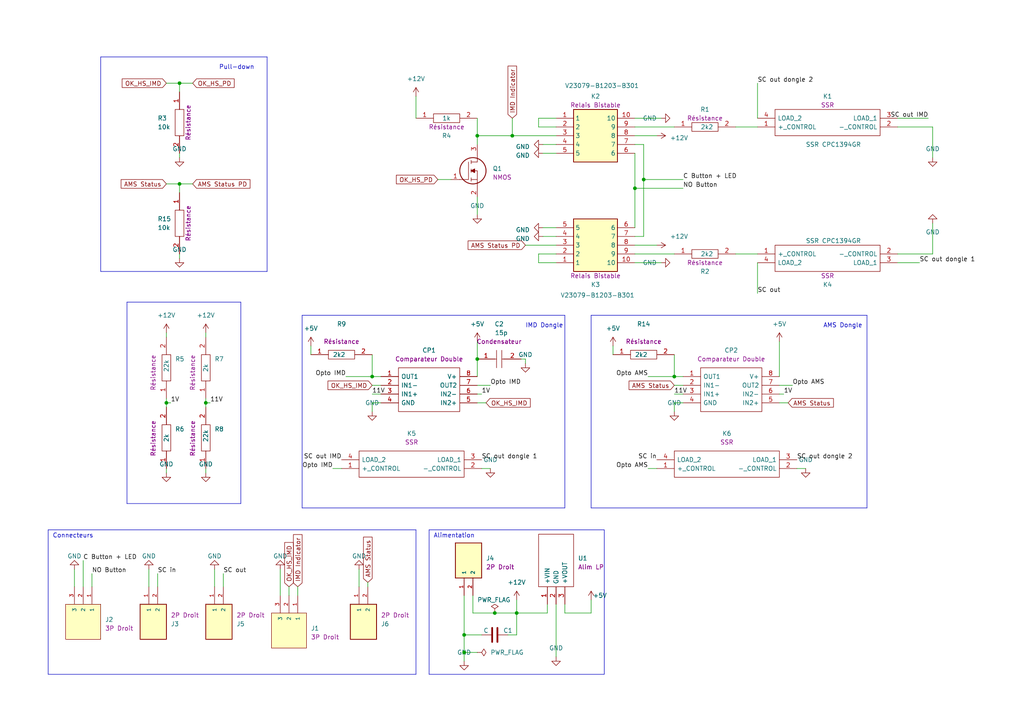
<source format=kicad_sch>
(kicad_sch (version 20230121) (generator eeschema)
  (paper "A4")
  (title_block (title "IMD Reset"))
  (lib_symbols
    (symbol "Device:C" (pin_numbers hide) (pin_names (offset 0.254))
      (property "Reference" "C" (at 0.635 2.54 0))
      (property "Value" "C" (at 0.635 -2.54 0))
      (symbol "C_1_1"
        (pin passive line (at 0 3.81 270) (length 2.794) (name "~") (number "1"))
        (pin passive line (at 0 -3.81 90) (length 2.794) (name "~") (number "2"))
      )
    )
    (symbol "EPSA_lib:2P Droit 2-11-2022" (pin_names (offset 1.016))
      (property "Reference" "J" (at 6.35 5.08 0))
      (property "Render Name" "2P Droit" (at 0 3.81 0))
      (symbol "2P Droit 2-11-2022_0_0"
        (pin passive line (at -10.16 0 0) (length 5.08) (name "1") (number "1"))
        (pin passive line (at -10.16 -2.54 0) (length 5.08) (name "2") (number "2"))
      )
    )
    (symbol "EPSA_lib:3P Droit 22-11-2032" (pin_names (offset 1.016))
      (property "Reference" "J" (at 6.35 7.62 0))
      (property "Render Name" "3P Droit" (at 0 6.35 0))
      (symbol "3P Droit 22-11-2032_0_0"
        (pin passive line (at -10.16 2.54 0) (length 5.08) (name "1") (number "1"))
        (pin passive line (at -10.16 0 0) (length 5.08) (name "2") (number "2"))
        (pin passive line (at -10.16 -2.54 0) (length 5.08) (name "3") (number "3"))
      )
    )
    (symbol "EPSA_lib:Alim LP TSR_0.5-2450" (pin_names (offset 0.762))
      (property "Reference" "U" (at 20.32 11.43 0))
      (property "Render Name" "Alim LP" (at 11.43 8.89 0))
      (symbol "Alim LP TSR_0.5-2450_0_0"
        (pin passive line (at -1.27 5.08 0) (length 5.08) (name "+VIN") (number "1"))
        (pin passive line (at -1.27 2.54 0) (length 5.08) (name "GND") (number "2"))
        (pin passive line (at -1.27 0 0) (length 5.08) (name "+VOUT") (number "3"))
      )
    )
    (symbol "EPSA_lib:Comparateur Double LM393LVDR" (pin_names (offset 0.762))
      (property "Reference" "CP" (at 35.56 8.89 0))
      (property "Render Name" "Comparateur Double" (at 13.97 3.81 0))
      (symbol "Comparateur Double LM393LVDR_0_0"
        (pin passive line (at 0 0 0) (length 5.08) (name "OUT1") (number "1"))
        (pin passive line (at 0 -2.54 0) (length 5.08) (name "IN1-") (number "2"))
        (pin passive line (at 0 -5.08 0) (length 5.08) (name "IN1+") (number "3"))
        (pin passive line (at 0 -7.62 0) (length 5.08) (name "GND") (number "4"))
        (pin passive line (at 27.94 -7.62 180) (length 5.08) (name "IN2+") (number "5"))
        (pin passive line (at 27.94 -5.08 180) (length 5.08) (name "IN2-") (number "6"))
        (pin passive line (at 27.94 -2.54 180) (length 5.08) (name "OUT2") (number "7"))
        (pin passive line (at 27.94 0 180) (length 5.08) (name "V+") (number "8"))
      )
    )
    (symbol "EPSA_lib:Condensateur 0805Y1000104JXT" (pin_names (offset 0.762))
      (property "Reference" "C" (at 20.32 5.08 0))
      (property "Value" "10u" (at 11.43 -2.286 0))
      (property "Render Name" "Condensateur" (at 6.35 3.81 0))
      (symbol "Condensateur 0805Y1000104JXT_0_0"
        (pin passive line (at 0 0 0) (length 5.08) (name "~") (number "1"))
        (pin passive line (at 12.7 0 180) (length 5.08) (name "~") (number "2"))
      )
    )
    (symbol "EPSA_lib:NMOS SQ2348ES-T1_GE3" (pin_names (offset 0.762))
      (property "Reference" "Q" (at 41.91 12.7 0))
      (property "Render Name" "NMOS" (at 15.875 0.635 0))
      (symbol "NMOS SQ2348ES-T1_GE3_0_0"
        (pin passive line (at 13.335 12.065 270) (length 2.54) (name "~") (number "1"))
        (pin passive line (at 8.255 4.445 0) (length 2.54) (name "~") (number "2"))
        (pin passive line (at 23.495 4.445 180) (length 2.54) (name "~") (number "3"))
      )
    )
    (symbol "EPSA_lib:Résistance RK73H2BLTDD2152F" (pin_names (offset 0.762))
      (property "Reference" "R" (at 25.4 5.08 0))
      (property "Value" "10" (at 25.4 2.54 0))
      (property "Render Name" "Résistance" (at 8.89 2.54 0))
      (symbol "Résistance RK73H2BLTDD2152F_0_0"
        (pin passive line (at 0 0 0) (length 5.08) (name "~") (number "1"))
        (pin passive line (at 17.78 0 180) (length 5.08) (name "~") (number "2"))
      )
    )
    (symbol "EPSA_lib:SSR CPC1394GR" (pin_names (offset 0.762))
      (property "Reference" "K" (at 48.26 7.62 0))
      (property "Render Name" "SSR" (at 19.05 3.81 0))
      (symbol "SSR CPC1394GR_0_0"
        (pin passive line (at 0 -2.54 0) (length 5.08) (name "+_CONTROL") (number "1"))
        (pin passive line (at 40.64 -2.54 180) (length 5.08) (name "-_CONTROL") (number "2"))
        (pin passive line (at 40.64 0 180) (length 5.08) (name "LOAD_1") (number "3"))
        (pin passive line (at 0 0 0) (length 5.08) (name "LOAD_2") (number "4"))
      )
    )
    (symbol "EPSA_lib:V23079-B1203-B301"
      (property "Reference" "K" (at 19.05 7.62 0))
      (property "Footprint" "EPSA_lib:V23079" (at 34.036 2.286 0))
      (property "Render Name" "Relais Bistable" (at 11.43 4.064 0))
      (symbol "V23079-B1203-B301_1_1"
        (pin passive line (at 0 0 0) (length 5.08) (name "1") (number "1"))
        (pin passive line (at 22.86 0 180) (length 5.08) (name "10") (number "10"))
        (pin passive line (at 0 -2.54 0) (length 5.08) (name "2") (number "2"))
        (pin passive line (at 0 -5.08 0) (length 5.08) (name "3") (number "3"))
        (pin passive line (at 0 -7.62 0) (length 5.08) (name "4") (number "4"))
        (pin passive line (at 0 -10.16 0) (length 5.08) (name "5") (number "5"))
        (pin passive line (at 22.86 -10.16 180) (length 5.08) (name "6") (number "6"))
        (pin passive line (at 22.86 -7.62 180) (length 5.08) (name "7") (number "7"))
        (pin passive line (at 22.86 -5.08 180) (length 5.08) (name "8") (number "8"))
        (pin passive line (at 22.86 -2.54 180) (length 5.08) (name "9") (number "9"))
      )
    )
    (symbol "Résistance RK73H2BLTDD2152F_1" (pin_names (offset 0.762))
      (property "Reference" "R" (at 25.4 5.08 0))
      (property "Value" "10" (at 7.62 0 0))
      (property "Render Name" "Résistance" (at 8.89 2.54 0))
      (symbol "Résistance RK73H2BLTDD2152F_1_0_0"
        (pin passive line (at 0 0 0) (length 5.08) (name "~") (number "1"))
        (pin passive line (at 17.78 0 180) (length 5.08) (name "~") (number "2"))
      )
    )
    (symbol "Résistance RK73H2BLTDD2152F_2" (pin_names (offset 0.762))
      (property "Reference" "R" (at 25.4 5.08 0))
      (property "Value" "10" (at 7.62 0 0))
      (property "Render Name" "Résistance" (at 8.89 2.54 0))
      (symbol "Résistance RK73H2BLTDD2152F_2_0_0"
        (pin passive line (at 0 0 0) (length 5.08) (name "~") (number "1"))
        (pin passive line (at 17.78 0 180) (length 5.08) (name "~") (number "2"))
      )
    )
    (symbol "Résistance RK73H2BLTDD2152F_3" (pin_names (offset 0.762))
      (property "Reference" "R" (at 25.4 5.08 0))
      (property "Value" "10" (at 7.62 0 0))
      (property "Render Name" "Résistance" (at 8.89 2.54 0))
      (symbol "Résistance RK73H2BLTDD2152F_3_0_0"
        (pin passive line (at 0 0 0) (length 5.08) (name "~") (number "1"))
        (pin passive line (at 17.78 0 180) (length 5.08) (name "~") (number "2"))
      )
    )
    (symbol "Résistance RK73H2BLTDD2152F_4" (pin_names (offset 0.762))
      (property "Reference" "R" (at 25.4 5.08 0))
      (property "Value" "10" (at 7.62 0 0))
      (property "Render Name" "Résistance" (at 8.89 2.54 0))
      (symbol "Résistance RK73H2BLTDD2152F_4_0_0"
        (pin passive line (at 0 0 0) (length 5.08) (name "~") (number "1"))
        (pin passive line (at 17.78 0 180) (length 5.08) (name "~") (number "2"))
      )
    )
    (symbol "Résistance RK73H2BLTDD2152F_5" (pin_names (offset 0.762))
      (property "Reference" "R" (at 25.4 5.08 0))
      (property "Value" "10" (at 7.62 0 0))
      (property "Render Name" "Résistance" (at 8.89 2.54 0))
      (symbol "Résistance RK73H2BLTDD2152F_5_0_0"
        (pin passive line (at 0 0 0) (length 5.08) (name "~") (number "1"))
        (pin passive line (at 17.78 0 180) (length 5.08) (name "~") (number "2"))
      )
    )
    (symbol "power:+12V" (power) (pin_names (offset 0))
      (property "Value" "+12V" (at 0 3.556 0))
      (symbol "+12V_1_1"
        (pin power_in line (at 0 0 90) (length 0) hide (name "+12V") (number "1"))
      )
    )
    (symbol "power:+5V" (power) (pin_names (offset 0))
      (property "Value" "+5V" (at 0 3.556 0))
      (symbol "+5V_1_1"
        (pin power_in line (at 0 0 90) (length 0) hide (name "+5V") (number "1"))
      )
    )
    (symbol "power:GND" (power) (pin_names (offset 0))
      (property "Value" "GND" (at 0 -3.81 0))
      (symbol "GND_1_1"
        (pin power_in line (at 0 0 270) (length 0) hide (name "GND") (number "1"))
      )
    )
    (symbol "power:PWR_FLAG" (power) (pin_numbers hide) (pin_names (offset 0) hide)
      (property "Value" "PWR_FLAG" (at 0 3.81 0))
      (symbol "PWR_FLAG_0_0"
        (pin power_out line (at 0 0 90) (length 0) (name "pwr") (number "1"))
      )
    )
  )
  (junction (at 148.59 39.37))
  (junction (at 184.15 54.61))
  (junction (at 134.62 184.15))
  (junction (at 143.51 177.8))
  (junction (at 48.26 116.84))
  (junction (at 52.07 53.34))
  (junction (at 134.62 189.23))
  (junction (at 138.43 104.14))
  (junction (at 149.86 177.8))
  (junction (at 138.43 39.37))
  (junction (at 107.95 109.22))
  (junction (at 52.07 24.13))
  (junction (at 59.69 116.84))
  (junction (at 186.69 52.07))
  (junction (at 195.58 109.22))
  (wire (pts (xy 156.21 73.66) (xy 161.29 73.66)))
  (wire (pts (xy 161.29 76.2) (xy 156.21 76.2)))
  (polyline (pts (xy 120.65 153.67) (xy 13.97 153.67)))
  (wire (pts (xy 52.07 73.66) (xy 52.07 74.93)))
  (polyline (pts (xy 171.45 91.44) (xy 251.46 91.44)))
  (wire (pts (xy 59.69 116.84) (xy 60.96 116.84)))
  (polyline (pts (xy 87.63 91.44) (xy 163.83 91.44)))
  (wire (pts (xy 270.51 73.66) (xy 270.51 64.77)))
  (wire (pts (xy 107.95 109.22) (xy 110.49 109.22)))
  (wire (pts (xy 138.43 104.14) (xy 138.43 99.06)))
  (polyline (pts (xy 29.21 16.51) (xy 29.21 78.74)))
  (polyline (pts (xy 124.46 195.58) (xy 175.26 195.58)))
  (wire (pts (xy 62.23 165.1) (xy 62.23 170.18)))
  (wire (pts (xy 134.62 184.15) (xy 134.62 189.23)))
  (wire (pts (xy 52.07 44.45) (xy 52.07 45.72)))
  (wire (pts (xy 59.69 115.57) (xy 59.69 116.84)))
  (wire (pts (xy 184.15 73.66) (xy 195.58 73.66)))
  (wire (pts (xy 186.69 52.07) (xy 198.12 52.07)))
  (wire (pts (xy 48.26 115.57) (xy 48.26 116.84)))
  (wire (pts (xy 213.36 36.83) (xy 219.71 36.83)))
  (wire (pts (xy 184.15 39.37) (xy 190.5 39.37)))
  (polyline (pts (xy 171.45 91.44) (xy 171.45 147.32)))
  (wire (pts (xy 52.07 53.34) (xy 55.88 53.34)))
  (wire (pts (xy 138.43 39.37) (xy 148.59 39.37)))
  (wire (pts (xy 184.15 41.91) (xy 186.69 41.91)))
  (wire (pts (xy 184.15 68.58) (xy 186.69 68.58)))
  (wire (pts (xy 45.72 166.37) (xy 45.72 170.18)))
  (wire (pts (xy 52.07 24.13) (xy 55.88 24.13)))
  (polyline (pts (xy 120.65 195.58) (xy 120.65 153.67)))
  (wire (pts (xy 81.28 165.1) (xy 81.28 172.72)))
  (wire (pts (xy 226.06 99.06) (xy 226.06 109.22)))
  (polyline (pts (xy 175.26 195.58) (xy 175.26 153.67)))
  (wire (pts (xy 43.18 170.18) (xy 43.18 165.1)))
  (wire (pts (xy 158.75 177.8) (xy 149.86 177.8)))
  (polyline (pts (xy 13.97 195.58) (xy 120.65 195.58)))
  (wire (pts (xy 83.82 170.18) (xy 83.82 172.72)))
  (wire (pts (xy 90.17 100.33) (xy 90.17 102.87)))
  (wire (pts (xy 26.67 166.37) (xy 26.67 170.18)))
  (wire (pts (xy 86.36 170.18) (xy 86.36 172.72)))
  (wire (pts (xy 219.71 24.13) (xy 219.71 34.29)))
  (wire (pts (xy 100.33 109.22) (xy 107.95 109.22)))
  (wire (pts (xy 186.69 52.07) (xy 186.69 68.58)))
  (wire (pts (xy 138.43 114.3) (xy 139.7 114.3)))
  (wire (pts (xy 270.51 36.83) (xy 270.51 45.72)))
  (wire (pts (xy 226.06 116.84) (xy 228.6 116.84)))
  (wire (pts (xy 48.26 135.89) (xy 48.26 137.16)))
  (wire (pts (xy 184.15 76.2) (xy 191.77 76.2)))
  (wire (pts (xy 260.35 34.29) (xy 269.24 34.29)))
  (wire (pts (xy 156.21 34.29) (xy 156.21 36.83)))
  (wire (pts (xy 138.43 116.84) (xy 140.97 116.84)))
  (wire (pts (xy 104.14 170.18) (xy 104.14 165.1)))
  (wire (pts (xy 177.8 100.33) (xy 177.8 102.87)))
  (wire (pts (xy 260.35 76.2) (xy 266.7 76.2)))
  (wire (pts (xy 134.62 172.72) (xy 134.62 184.15)))
  (wire (pts (xy 184.15 71.12) (xy 190.5 71.12)))
  (wire (pts (xy 184.15 54.61) (xy 198.12 54.61)))
  (wire (pts (xy 138.43 34.29) (xy 138.43 39.37)))
  (wire (pts (xy 52.07 53.34) (xy 52.07 55.88)))
  (wire (pts (xy 195.58 109.22) (xy 198.12 109.22)))
  (wire (pts (xy 161.29 175.26) (xy 161.29 190.5)))
  (wire (pts (xy 260.35 36.83) (xy 270.51 36.83)))
  (wire (pts (xy 24.13 162.56) (xy 24.13 170.18)))
  (wire (pts (xy 157.48 41.91) (xy 161.29 41.91)))
  (wire (pts (xy 48.26 116.84) (xy 49.53 116.84)))
  (wire (pts (xy 134.62 191.77) (xy 134.62 189.23)))
  (wire (pts (xy 107.95 111.76) (xy 110.49 111.76)))
  (wire (pts (xy 152.4 104.14) (xy 152.4 105.41)))
  (wire (pts (xy 21.59 165.1) (xy 21.59 170.18)))
  (wire (pts (xy 163.83 175.26) (xy 163.83 177.8)))
  (wire (pts (xy 226.06 114.3) (xy 227.33 114.3)))
  (wire (pts (xy 163.83 177.8) (xy 171.45 177.8)))
  (wire (pts (xy 48.26 96.52) (xy 48.26 97.79)))
  (polyline (pts (xy 251.46 147.32) (xy 171.45 147.32)))
  (wire (pts (xy 226.06 111.76) (xy 229.87 111.76)))
  (wire (pts (xy 161.29 34.29) (xy 156.21 34.29)))
  (wire (pts (xy 120.65 27.94) (xy 120.65 34.29)))
  (polyline (pts (xy 69.85 146.05) (xy 36.83 146.05)))
  (wire (pts (xy 59.69 135.89) (xy 59.69 137.16)))
  (polyline (pts (xy 87.63 91.44) (xy 87.63 147.32)))
  (wire (pts (xy 148.59 34.29) (xy 148.59 39.37)))
  (wire (pts (xy 152.4 71.12) (xy 161.29 71.12)))
  (wire (pts (xy 157.48 66.04) (xy 161.29 66.04)))
  (polyline (pts (xy 77.47 16.51) (xy 77.47 78.74)))
  (wire (pts (xy 127 52.07) (xy 130.81 52.07)))
  (wire (pts (xy 186.69 41.91) (xy 186.69 52.07)))
  (wire (pts (xy 107.95 114.3) (xy 110.49 114.3)))
  (wire (pts (xy 110.49 116.84) (xy 107.95 116.84)))
  (wire (pts (xy 96.52 135.89) (xy 99.06 135.89)))
  (wire (pts (xy 195.58 116.84) (xy 195.58 119.38)))
  (wire (pts (xy 48.26 24.13) (xy 52.07 24.13)))
  (wire (pts (xy 198.12 116.84) (xy 195.58 116.84)))
  (wire (pts (xy 195.58 114.3) (xy 198.12 114.3)))
  (wire (pts (xy 187.96 135.89) (xy 190.5 135.89)))
  (wire (pts (xy 107.95 102.87) (xy 107.95 109.22)))
  (wire (pts (xy 138.43 111.76) (xy 142.24 111.76)))
  (polyline (pts (xy 124.46 153.67) (xy 124.46 195.58)))
  (wire (pts (xy 143.51 177.8) (xy 149.86 177.8)))
  (wire (pts (xy 157.48 68.58) (xy 161.29 68.58)))
  (wire (pts (xy 48.26 116.84) (xy 48.26 118.11)))
  (polyline (pts (xy 163.83 147.32) (xy 87.63 147.32)))
  (wire (pts (xy 139.7 135.89) (xy 142.24 135.89)))
  (wire (pts (xy 138.43 189.23) (xy 134.62 189.23)))
  (wire (pts (xy 59.69 116.84) (xy 59.69 118.11)))
  (wire (pts (xy 158.75 175.26) (xy 158.75 177.8)))
  (wire (pts (xy 187.96 109.22) (xy 195.58 109.22)))
  (wire (pts (xy 184.15 44.45) (xy 184.15 54.61)))
  (wire (pts (xy 195.58 102.87) (xy 195.58 109.22)))
  (wire (pts (xy 138.43 109.22) (xy 138.43 104.14)))
  (wire (pts (xy 59.69 96.52) (xy 59.69 97.79)))
  (wire (pts (xy 184.15 54.61) (xy 184.15 66.04)))
  (wire (pts (xy 148.59 39.37) (xy 161.29 39.37)))
  (wire (pts (xy 184.15 36.83) (xy 195.58 36.83)))
  (wire (pts (xy 147.32 184.15) (xy 149.86 184.15)))
  (wire (pts (xy 149.86 184.15) (xy 149.86 177.8)))
  (wire (pts (xy 138.43 57.15) (xy 138.43 62.23)))
  (wire (pts (xy 156.21 36.83) (xy 161.29 36.83)))
  (wire (pts (xy 195.58 111.76) (xy 198.12 111.76)))
  (polyline (pts (xy 163.83 91.44) (xy 163.83 147.32)))
  (wire (pts (xy 48.26 53.34) (xy 52.07 53.34)))
  (polyline (pts (xy 36.83 87.63) (xy 69.85 87.63)))
  (wire (pts (xy 156.21 73.66) (xy 156.21 76.2)))
  (wire (pts (xy 106.68 168.91) (xy 106.68 170.18)))
  (wire (pts (xy 137.16 177.8) (xy 143.51 177.8)))
  (polyline (pts (xy 13.97 153.67) (xy 13.97 195.58)))
  (wire (pts (xy 184.15 34.29) (xy 191.77 34.29)))
  (wire (pts (xy 52.07 24.13) (xy 52.07 26.67)))
  (wire (pts (xy 137.16 172.72) (xy 137.16 177.8)))
  (wire (pts (xy 157.48 44.45) (xy 161.29 44.45)))
  (wire (pts (xy 138.43 39.37) (xy 138.43 41.91)))
  (wire (pts (xy 260.35 73.66) (xy 270.51 73.66)))
  (wire (pts (xy 107.95 116.84) (xy 107.95 119.38)))
  (wire (pts (xy 213.36 73.66) (xy 219.71 73.66)))
  (polyline (pts (xy 251.46 91.44) (xy 251.46 147.32)))
  (polyline (pts (xy 36.83 87.63) (xy 36.83 146.05)))
  (polyline (pts (xy 69.85 87.63) (xy 69.85 146.05)))
  (wire (pts (xy 149.86 173.99) (xy 149.86 177.8)))
  (polyline (pts (xy 29.21 16.51) (xy 77.47 16.51)))
  (polyline (pts (xy 77.47 78.74) (xy 29.21 78.74)))
  (wire (pts (xy 64.77 166.37) (xy 64.77 170.18)))
  (wire (pts (xy 219.71 76.2) (xy 219.71 85.09)))
  (wire (pts (xy 171.45 177.8) (xy 171.45 173.99)))
  (wire (pts (xy 231.14 135.89) (xy 233.68 135.89)))
  (polyline (pts (xy 175.26 153.67) (xy 124.46 153.67)))
  (wire (pts (xy 151.13 104.14) (xy 152.4 104.14)))
  (wire (pts (xy 134.62 184.15) (xy 139.7 184.15)))
  (text "Pull-down" (at 63.5 20.32 0) (effects (font (size 1.27 1.27)) (justify left bottom)))
  (text "Alimentation\n" (at 125.73 156.21 0) (effects (font (size 1.27 1.27)) (justify left bottom)))
  (text "IMD Dongle\n" (at 152.4 95.25 0) (effects (font (size 1.27 1.27)) (justify left bottom)))
  (text "AMS Dongle" (at 238.76 95.25 0) (effects (font (size 1.27 1.27)) (justify left bottom)))
  (text "Connecteurs\n" (at 15.24 156.21 0) (effects (font (size 1.27 1.27)) (justify left bottom)))
  (label "1V" (at 139.7 114.3 0))
  (label "SC in" (at 190.5 133.35 180))
  (label "11V" (at 60.96 116.84 0))
  (label "1V" (at 49.53 116.84 0))
  (label "SC out" (at 219.71 85.09 0))
  (label "Opto AMS" (at 187.96 135.89 180))
  (label "C Button + LED" (at 24.13 162.56 0))
  (label "1V" (at 227.33 114.3 0))
  (label "SC out IMD" (at 269.24 34.29 180))
  (label "SC out dongle 1" (at 139.7 133.35 0))
  (label "NO Button" (at 26.67 166.37 0))
  (label "Opto AMS" (at 187.96 109.22 180))
  (label "SC in" (at 45.72 166.37 0))
  (label "Opto IMD" (at 100.33 109.22 180))
  (label "SC out dongle 2" (at 231.14 133.35 0))
  (label "Opto IMD" (at 96.52 135.89 180))
  (label "11V" (at 195.58 114.3 0))
  (label "SC out" (at 64.77 166.37 0))
  (label "NO Button" (at 198.12 54.61 0))
  (label "Opto AMS" (at 229.87 111.76 0))
  (label "SC out dongle 1" (at 266.7 76.2 0))
  (label "SC out dongle 2" (at 219.71 24.13 0))
  (label "11V" (at 107.95 114.3 0))
  (label "C Button + LED" (at 198.12 52.07 0))
  (label "Opto IMD" (at 142.24 111.76 0))
  (label "SC out IMD" (at 99.06 133.35 180))
  (global_label "IMD Indicator" (shape input) (at 86.36 170.18 90) (property "Intersheetrefs" "${INTERSHEET_REFS}" (effects hide)))
  (global_label "AMS Status" (shape input) (at 228.6 116.84 0) (property "Intersheetrefs" "${INTERSHEET_REFS}" (effects hide)))
  (global_label "AMS Status" (shape input) (at 106.68 168.91 90) (property "Intersheetrefs" "${INTERSHEET_REFS}" (effects hide)))
  (global_label "OK_HS_IMD" (shape input) (at 140.97 116.84 0) (property "Intersheetrefs" "${INTERSHEET_REFS}" (effects hide)))
  (global_label "AMS Status PD" (shape input) (at 55.88 53.34 0) (property "Intersheetrefs" "${INTERSHEET_REFS}" (effects hide)))
  (global_label "IMD Indicator" (shape input) (at 148.59 34.29 90) (property "Intersheetrefs" "${INTERSHEET_REFS}" (effects hide)))
  (global_label "OK_HS_PD" (shape input) (at 127 52.07 180) (property "Intersheetrefs" "${INTERSHEET_REFS}" (effects hide)))
  (global_label "AMS Status" (shape input) (at 195.58 111.76 180) (property "Intersheetrefs" "${INTERSHEET_REFS}" (effects hide)))
  (global_label "OK_HS_IMD" (shape input) (at 83.82 170.18 90) (property "Intersheetrefs" "${INTERSHEET_REFS}" (effects hide)))
  (global_label "AMS Status PD" (shape input) (at 152.4 71.12 180) (property "Intersheetrefs" "${INTERSHEET_REFS}" (effects hide)))
  (global_label "OK_HS_PD" (shape input) (at 55.88 24.13 0) (property "Intersheetrefs" "${INTERSHEET_REFS}" (effects hide)))
  (global_label "OK_HS_IMD" (shape input) (at 107.95 111.76 180) (property "Intersheetrefs" "${INTERSHEET_REFS}" (effects hide)))
  (global_label "AMS Status" (shape input) (at 48.26 53.34 180) (property "Intersheetrefs" "${INTERSHEET_REFS}" (effects hide)))
  (global_label "OK_HS_IMD" (shape input) (at 48.26 24.13 180) (property "Intersheetrefs" "${INTERSHEET_REFS}" (effects hide)))
  (symbol (lib_id "power:GND") (at 191.77 76.2 90) (mirror x) (unit 1)
    (property "Reference" "#GND09" (effects hide))
    (property "Value" "0" (at 190.5 76.2001 90) (effects (justify left)))
  )
  (symbol (lib_id "EPSA_lib:Condensateur 0805Y1000104JXT") (at 138.43 104.14 0) (unit 1)
    (property "Reference" "C2" (at 144.78 93.98 0))
    (property "Value" "15p" (at 143.51 96.52 0) (effects (justify left)))
    (property "Footprint" "EPSA_lib:CAPC2012X130N" (effects hide))
    (property "Datasheet" "http://docs-europe.electrocomponents.com/webdocs/119d/0900766b8119d7bc.pdf" (effects hide))
    (property "Description" "Syfer 0805 Ceramic Chip Capacitors" (effects hide))
    (property "Height" "1.3" (effects hide))
    (property "Manufacturer_Name" "Syfer" (effects hide))
    (property "Manufacturer_Part_Number" "0805Y1000104JXT" (effects hide))
    (property "Arrow Part Number" "0805Y1000104JXT" (effects hide))
    (property "Arrow Price/Stock" "https://www.arrow.com/en/products/0805y1000104jxt/syfer-technology?region=europe" (effects hide))
    (property "Render Name" "Condensateur" (at 144.78 99.06 0))
    (property "Sim.Device" "C" (effects hide))
    (property "Sim.Params" "type=\"C\" model=\"15p\" lib=\"\"" (effects hide))
    (property "Sim.Pins" "1=+ 2=-" (effects hide))
  )
  (symbol (lib_id "power:+12V") (at 48.26 96.52 0) (unit 1)
    (property "Reference" "#PWR07" (effects hide))
    (property "Value" "+12V" (at 48.26 91.44 0))
  )
  (symbol (lib_id "EPSA_lib:Résistance RK73H2BLTDD2152F") (at 52.07 26.67 270) (unit 1)
    (property "Reference" "R3" (at 45.72 34.29 90) (effects (justify left)))
    (property "Value" "10k" (at 45.72 36.83 90) (effects (justify left)))
    (property "Footprint" "EPSA_lib:RESC3216X70N" (effects hide))
    (property "Datasheet" "http://www.koaspeer.com/catimages/Products/RK73H/RK73H.pdf" (effects hide))
    (property "Description" "Thick Film Resistors - SMD" (effects hide))
    (property "Height" "0.7" (effects hide))
    (property "Manufacturer_Name" "KOA Speer" (effects hide))
    (property "Manufacturer_Part_Number" "RK73H2BLTDD2152F" (effects hide))
    (property "Mouser Part Number" "N/A" (effects hide))
    (property "Mouser Price/Stock" "https://www.mouser.co.uk/ProductDetail/KOA-Speer/RK73H2BLTDD2152F?qs=WeIALVmW3zmyxMFsjVzMRw%3D%3D" (effects hide))
    (property "Sim.Device" "R" (effects hide))
    (property "Sim.Params" "type=\"R\" model=\"10k\" lib=\"\"" (effects hide))
    (property "Sim.Pins" "1=+ 2=-" (effects hide))
    (property "Render Name" "Résistance" (at 54.61 35.56 0))
  )
  (symbol (lib_name "Résistance RK73H2BLTDD2152F_2") (lib_id "EPSA_lib:Résistance RK73H2BLTDD2152F") (at 90.17 102.87 0) (unit 1)
    (property "Reference" "R9" (at 99.06 93.98 0))
    (property "Value" "2k2" (at 96.52 102.87 0) (effects (justify left)))
    (property "Footprint" "EPSA_lib:RESC3216X70N" (effects hide))
    (property "Datasheet" "http://www.koaspeer.com/catimages/Products/RK73H/RK73H.pdf" (effects hide))
    (property "Description" "Thick Film Resistors - SMD" (effects hide))
    (property "Height" "0.7" (effects hide))
    (property "Manufacturer_Name" "KOA Speer" (effects hide))
    (property "Manufacturer_Part_Number" "RK73H2BLTDD2152F" (effects hide))
    (property "Mouser Part Number" "N/A" (effects hide))
    (property "Mouser Price/Stock" "https://www.mouser.co.uk/ProductDetail/KOA-Speer/RK73H2BLTDD2152F?qs=WeIALVmW3zmyxMFsjVzMRw%3D%3D" (effects hide))
    (property "Render Name" "Résistance" (at 99.06 99.06 0))
    (property "Sim.Device" "R" (effects hide))
    (property "Sim.Params" "type=\"R\" model=\"2k2\" lib=\"\"" (effects hide))
    (property "Sim.Pins" "1=+ 2=-" (effects hide))
  )
  (symbol (lib_id "power:GND") (at 21.59 165.1 180) (unit 1)
    (property "Reference" "#GND013" (effects hide))
    (property "Value" "0" (at 21.59 161.29 0))
  )
  (symbol (lib_id "EPSA_lib:Comparateur Double LM393LVDR") (at 198.12 109.22 0) (unit 1)
    (property "Reference" "CP2" (at 212.09 101.6 0))
    (property "Value" "Comparateur Double LM393LVDR" (effects hide))
    (property "Footprint" "EPSA_lib:SOIC127P600X175-8N" (effects hide))
    (property "Datasheet" "https://www.ti.com/lit/ds/symlink/lm393lv.pdf?ts=1609509320428&ref_url=https%253A%252F%252Feu.mouser.com%252F" (effects hide))
    (property "Description" "Analog Comparators 1.65-V to 5.5-V, low voltage dual commodity comparator" (effects hide))
    (property "Height" "1.75" (effects hide))
    (property "Manufacturer_Name" "Texas Instruments" (effects hide))
    (property "Manufacturer_Part_Number" "LM393LVDR" (effects hide))
    (property "Mouser Part Number" "595-LM393LVDR" (effects hide))
    (property "Mouser Price/Stock" "https://www.mouser.co.uk/ProductDetail/Texas-Instruments/LM393LVDR?qs=zW32dvEIR3vk5%2FzEI25KTQ%3D%3D" (effects hide))
    (property "Arrow Part Number" "LM393LVDR" (effects hide))
    (property "Arrow Price/Stock" "https://www.arrow.com/en/products/lm393lvdr/texas-instruments" (effects hide))
    (property "Render Name" "Comparateur Double" (at 212.09 104.14 0))
    (property "Sim.Device" "SPICE" (effects hide))
    (property "Sim.Params" "type=\"X\" model=\"LM2903B_Dual\" lib=\"${EPSA}\\SpiceModel\\CD_lm393.lib\"" (effects hide))
    (property "Sim.Pins" "1=1 2=2 3=3 4=4 5=5 6=6 7=7 8=8" (effects hide))
  )
  (symbol (lib_id "power:+12V") (at 190.5 39.37 270) (unit 1)
    (property "Reference" "#PWR01" (effects hide))
    (property "Value" "+12V" (at 194.31 40.005 90) (effects (justify left)))
  )
  (symbol (lib_id "EPSA_lib:V23079-B1203-B301") (at 161.29 34.29 0) (unit 1)
    (property "Reference" "K2" (at 172.72 27.94 0))
    (property "Value" "V23079-B1203-B301" (at 163.83 24.13 0) (effects (justify left top)))
    (property "Footprint" "EPSA_lib:V23079" (effects hide))
    (property "Datasheet" "http://uk.rs-online.com/web/p/products/0515571P" (effects hide))
    (property "RS Part Number" "0515571P" (effects hide))
    (property "RS Price/Stock" "http://uk.rs-online.com/web/p/products/0515571P" (effects hide))
    (property "Manufacturer_Name" "TE Connectivity" (effects hide))
    (property "Manufacturer_Part_Number" "V23079-B1203-B301" (effects hide))
    (property "Allied_Number" "70346463" (effects hide))
    (property "Render Name" "Relais Bistable" (at 172.72 30.48 0))
  )
  (symbol (lib_id "power:PWR_FLAG") (at 143.51 177.8 0) (unit 1)
    (property "Reference" "#FLG0102" (effects hide))
    (property "Value" "PWR_FLAG" (at 138.43 173.99 0) (effects (justify left)))
  )
  (symbol (lib_id "EPSA_lib:3P Droit 22-11-2032") (at 24.13 180.34 270) (unit 1)
    (property "Reference" "J2" (at 30.48 179.705 90) (effects (justify left)))
    (property "Value" "3P Droit 22-11-2032" (effects hide))
    (property "Footprint" "EPSA_lib:MOLEX_22-11-2032" (effects hide))
    (property "Sim.Pins" "1=1 2=2 3=3" (effects hide))
    (property "Sim.Device" "SPICE" (effects hide))
    (property "Sim.Params" "type=\"J\" model=\"22-11-2032\" lib=\"\"" (effects hide))
    (property "STANDARD" "Manufacturer recommendations" (effects hide))
    (property "PARTREV" "BD8" (effects hide))
    (property "MAXIMUM_PACKAGE_HEIGHT" "10.66mm" (effects hide))
    (property "MANUFACTURER" "Molex" (effects hide))
    (property "Sim.Enable" "0" (effects hide))
    (property "Render Name" "3P Droit" (at 30.48 182.245 90) (effects (justify left)))
  )
  (symbol (lib_name "Résistance RK73H2BLTDD2152F_5") (lib_id "EPSA_lib:Résistance RK73H2BLTDD2152F") (at 59.69 115.57 90) (unit 1)
    (property "Reference" "R7" (at 62.23 104.1399 90) (effects (justify right)))
    (property "Value" "2k" (at 59.69 107.95 0) (effects (justify left)))
    (property "Footprint" "EPSA_lib:RESC3216X70N" (effects hide))
    (property "Datasheet" "http://www.koaspeer.com/catimages/Products/RK73H/RK73H.pdf" (effects hide))
    (property "Description" "Thick Film Resistors - SMD" (effects hide))
    (property "Height" "0.7" (effects hide))
    (property "Manufacturer_Name" "KOA Speer" (effects hide))
    (property "Manufacturer_Part_Number" "RK73H2BLTDD2152F" (effects hide))
    (property "Mouser Part Number" "N/A" (effects hide))
    (property "Mouser Price/Stock" "https://www.mouser.co.uk/ProductDetail/KOA-Speer/RK73H2BLTDD2152F?qs=WeIALVmW3zmyxMFsjVzMRw%3D%3D" (effects hide))
    (property "Render Name" "Résistance" (at 55.88 102.87 0) (effects (justify right)))
    (property "Sim.Device" "R" (effects hide))
    (property "Sim.Params" "type=\"R\" model=\"2k\" lib=\"\"" (effects hide))
    (property "Sim.Pins" "1=+ 2=-" (effects hide))
  )
  (symbol (lib_id "EPSA_lib:Alim LP TSR_0.5-2450") (at 163.83 173.99 90) (unit 1)
    (property "Reference" "U1" (at 167.64 161.925 90) (effects (justify right)))
    (property "Value" "Alim LP TSR_0.5-2450" (effects hide))
    (property "Footprint" "EPSA_lib:TSR-0.5-2433" (effects hide))
    (property "Datasheet" "https://tracopower.com/tsr0-5-datasheet/" (effects hide))
    (property "Sim.Pins" "1=1 2=2 3=3" (effects hide))
    (property "Sim.Device" "SPICE" (effects hide))
    (property "Sim.Params" "type=\"R\" model=\"Alim LP TSR_0.5-2450\" lib=\"\"" (effects hide))
    (property "Description" "0.5 Amp POL switching regulator, 4.75 to -32 VDC input, pos.-pos. circuit, LM78 compatible, SIP-3" (effects hide))
    (property "Manufacturer_Name" "Traco Power" (effects hide))
    (property "Manufacturer_Part_Number" "TSR 0.5-2450" (effects hide))
    (property "Mouser Part Number" "495-TSR0.5-2450" (effects hide))
    (property "Mouser Price/Stock" "https://www.mouser.co.uk/ProductDetail/TRACO-Power/TSR-0.5-2450?qs=ckJk83FOD0XpEgQBSwF%2FIw%3D%3D" (effects hide))
    (property "Arrow Part Number" "TSR 0.5-2450" (effects hide))
    (property "Arrow Price/Stock" "https://www.arrow.com/en/products/tsr0.5-2450/traco-electronic-ag?region=europe" (effects hide))
    (property "Sim.Enable" "0" (effects hide))
    (property "Render Name" "Alim LP" (at 167.64 164.465 90) (effects (justify right)))
  )
  (symbol (lib_id "power:GND") (at 233.68 135.89 0) (unit 1)
    (property "Reference" "#GND023" (effects hide))
    (property "Value" "0" (at 233.68 133.35 0))
  )
  (symbol (lib_id "power:+12V") (at 149.86 173.99 0) (unit 1)
    (property "Reference" "#PWR02" (effects hide))
    (property "Value" "+12V" (at 149.86 168.91 0))
  )
  (symbol (lib_id "power:GND") (at 59.69 137.16 0) (unit 1)
    (property "Reference" "#GND026" (effects hide))
    (property "Value" "0" (at 59.69 134.62 0))
  )
  (symbol (lib_id "EPSA_lib:Comparateur Double LM393LVDR") (at 110.49 109.22 0) (unit 1)
    (property "Reference" "CP1" (at 124.46 101.6 0))
    (property "Value" "Comparateur Double LM393LVDR" (effects hide))
    (property "Footprint" "EPSA_lib:SOIC127P600X175-8N" (effects hide))
    (property "Datasheet" "https://www.ti.com/lit/ds/symlink/lm393lv.pdf?ts=1609509320428&ref_url=https%253A%252F%252Feu.mouser.com%252F" (effects hide))
    (property "Description" "Analog Comparators 1.65-V to 5.5-V, low voltage dual commodity comparator" (effects hide))
    (property "Height" "1.75" (effects hide))
    (property "Manufacturer_Name" "Texas Instruments" (effects hide))
    (property "Manufacturer_Part_Number" "LM393LVDR" (effects hide))
    (property "Mouser Part Number" "595-LM393LVDR" (effects hide))
    (property "Mouser Price/Stock" "https://www.mouser.co.uk/ProductDetail/Texas-Instruments/LM393LVDR?qs=zW32dvEIR3vk5%2FzEI25KTQ%3D%3D" (effects hide))
    (property "Arrow Part Number" "LM393LVDR" (effects hide))
    (property "Arrow Price/Stock" "https://www.arrow.com/en/products/lm393lvdr/texas-instruments" (effects hide))
    (property "Render Name" "Comparateur Double" (at 124.46 104.14 0))
    (property "Sim.Device" "SPICE" (effects hide))
    (property "Sim.Params" "type=\"X\" model=\"LM2903B_Dual\" lib=\"${EPSA}\\SpiceModel\\CD_lm393.lib\"" (effects hide))
    (property "Sim.Pins" "1=1 2=2 3=3 4=4 5=5 6=6 7=7 8=8" (effects hide))
  )
  (symbol (lib_id "EPSA_lib:2P Droit 2-11-2022") (at 43.18 180.34 90) (mirror x) (unit 1)
    (property "Reference" "J3" (at 49.53 180.975 90) (effects (justify right)))
    (property "Value" "2P Droit 2-11-2022" (effects hide))
    (property "Footprint" "EPSA_lib:MOLEX_22-11-2022" (effects hide))
    (property "Sim.Pins" "1=1 2=2" (effects hide))
    (property "Sim.Device" "SPICE" (effects hide))
    (property "Sim.Params" "type=\"J\" model=\"22-11-2022\" lib=\"\"" (effects hide))
    (property "MAXIMUM_PACKAGE_HEIGHT" "10.66mm" (effects hide))
    (property "PARTREV" "BD8" (effects hide))
    (property "STANDARD" "Manufacturer Recommendations" (effects hide))
    (property "MANUFACTURER" "Molex" (effects hide))
    (property "Sim.Enable" "0" (effects hide))
    (property "Render Name" "2P Droit" (at 49.53 178.435 90) (effects (justify right)))
  )
  (symbol (lib_id "power:GND") (at 104.14 165.1 180) (unit 1)
    (property "Reference" "#GND016" (effects hide))
    (property "Value" "0" (at 104.14 161.29 0))
  )
  (symbol (lib_id "EPSA_lib:SSR CPC1394GR") (at 190.5 133.35 0) (unit 1)
    (property "Reference" "K6" (at 210.82 125.73 0))
    (property "Value" "SSR CPC1394GR" (effects hide))
    (property "Footprint" "EPSA_lib:CPC1394GR" (effects hide))
    (property "Datasheet" "https://componentsearchengine.com/Datasheets/1/CPC1394GR.pdf" (effects hide))
    (property "Description" "SPST-NO Solid State Relay Solder 120 mA rms/mA dc Surface Mount, DC MOSFET" (effects hide))
    (property "Height" "3.556" (effects hide))
    (property "Manufacturer_Name" "LITTELFUSE" (effects hide))
    (property "Manufacturer_Part_Number" "CPC1394GR" (effects hide))
    (property "Mouser Part Number" "849-CPC1394GR" (effects hide))
    (property "Mouser Price/Stock" "https://www.mouser.co.uk/ProductDetail/IXYS-Integrated-Circuits/CPC1394GR?qs=8uBHJDVwVqyTG8bzDwZMmA%3D%3D" (effects hide))
    (property "Render Name" "SSR" (at 210.82 128.27 0))
    (property "Sim.Device" "SPICE" (effects hide))
    (property "Sim.Params" "type=\"X\" model=\"SWITCH\" lib=\"${EPSA}\\SpiceModel\\SSR.lib\"" (effects hide))
    (property "Sim.Pins" "1=1 2=2 3=3 4=4" (effects hide))
  )
  (symbol (lib_name "Résistance RK73H2BLTDD2152F_2") (lib_id "EPSA_lib:Résistance RK73H2BLTDD2152F") (at 177.8 102.87 0) (unit 1)
    (property "Reference" "R14" (at 186.69 93.98 0))
    (property "Value" "2k2" (at 184.15 102.87 0) (effects (justify left)))
    (property "Footprint" "EPSA_lib:RESC3216X70N" (effects hide))
    (property "Datasheet" "http://www.koaspeer.com/catimages/Products/RK73H/RK73H.pdf" (effects hide))
    (property "Description" "Thick Film Resistors - SMD" (effects hide))
    (property "Height" "0.7" (effects hide))
    (property "Manufacturer_Name" "KOA Speer" (effects hide))
    (property "Manufacturer_Part_Number" "RK73H2BLTDD2152F" (effects hide))
    (property "Mouser Part Number" "N/A" (effects hide))
    (property "Mouser Price/Stock" "https://www.mouser.co.uk/ProductDetail/KOA-Speer/RK73H2BLTDD2152F?qs=WeIALVmW3zmyxMFsjVzMRw%3D%3D" (effects hide))
    (property "Render Name" "Résistance" (at 186.69 99.06 0))
    (property "Sim.Device" "R" (effects hide))
    (property "Sim.Params" "type=\"R\" model=\"2k2\" lib=\"\"" (effects hide))
    (property "Sim.Pins" "1=+ 2=-" (effects hide))
  )
  (symbol (lib_id "power:GND") (at 195.58 119.38 0) (unit 1)
    (property "Reference" "#GND022" (effects hide))
    (property "Value" "0" (at 195.58 116.84 0))
  )
  (symbol (lib_name "Résistance RK73H2BLTDD2152F_4") (lib_id "EPSA_lib:Résistance RK73H2BLTDD2152F") (at 48.26 135.89 90) (unit 1)
    (property "Reference" "R6" (at 50.8 124.4599 90) (effects (justify right)))
    (property "Value" "2k" (at 48.26 128.27 0) (effects (justify left)))
    (property "Footprint" "EPSA_lib:RESC3216X70N" (effects hide))
    (property "Datasheet" "http://www.koaspeer.com/catimages/Products/RK73H/RK73H.pdf" (effects hide))
    (property "Description" "Thick Film Resistors - SMD" (effects hide))
    (property "Height" "0.7" (effects hide))
    (property "Manufacturer_Name" "KOA Speer" (effects hide))
    (property "Manufacturer_Part_Number" "RK73H2BLTDD2152F" (effects hide))
    (property "Mouser Part Number" "N/A" (effects hide))
    (property "Mouser Price/Stock" "https://www.mouser.co.uk/ProductDetail/KOA-Speer/RK73H2BLTDD2152F?qs=WeIALVmW3zmyxMFsjVzMRw%3D%3D" (effects hide))
    (property "Render Name" "Résistance" (at 44.45 121.92 0) (effects (justify right)))
    (property "Sim.Device" "R" (effects hide))
    (property "Sim.Params" "type=\"R\" model=\"2k\" lib=\"\"" (effects hide))
    (property "Sim.Pins" "1=+ 2=-" (effects hide))
  )
  (symbol (lib_id "power:GND") (at 62.23 165.1 180) (unit 1)
    (property "Reference" "#GND011" (effects hide))
    (property "Value" "0" (at 62.23 161.29 0))
  )
  (symbol (lib_id "EPSA_lib:2P Droit 2-11-2022") (at 62.23 180.34 90) (mirror x) (unit 1)
    (property "Reference" "J5" (at 68.58 180.975 90) (effects (justify right)))
    (property "Value" "2P Droit 2-11-2022" (effects hide))
    (property "Footprint" "EPSA_lib:MOLEX_22-11-2022" (effects hide))
    (property "Sim.Pins" "1=1 2=2" (effects hide))
    (property "Sim.Device" "SPICE" (effects hide))
    (property "Sim.Params" "type=\"J\" model=\"22-11-2022\" lib=\"\"" (effects hide))
    (property "MAXIMUM_PACKAGE_HEIGHT" "10.66mm" (effects hide))
    (property "PARTREV" "BD8" (effects hide))
    (property "STANDARD" "Manufacturer Recommendations" (effects hide))
    (property "MANUFACTURER" "Molex" (effects hide))
    (property "Sim.Enable" "0" (effects hide))
    (property "Render Name" "2P Droit" (at 68.58 178.435 90) (effects (justify right)))
  )
  (symbol (lib_id "power:GND") (at 81.28 165.1 180) (unit 1)
    (property "Reference" "#GND03" (effects hide))
    (property "Value" "0" (at 81.28 161.29 0))
  )
  (symbol (lib_id "power:+12V") (at 59.69 96.52 0) (unit 1)
    (property "Reference" "#PWR013" (effects hide))
    (property "Value" "+12V" (at 59.69 91.44 0))
  )
  (symbol (lib_id "power:GND") (at 157.48 41.91 270) (unit 1)
    (property "Reference" "#GND01" (effects hide))
    (property "Value" "0" (at 153.67 42.545 90) (effects (justify right)))
  )
  (symbol (lib_name "Résistance RK73H2BLTDD2152F_1") (lib_id "EPSA_lib:Résistance RK73H2BLTDD2152F") (at 48.26 115.57 90) (unit 1)
    (property "Reference" "R5" (at 50.8 104.1399 90) (effects (justify right)))
    (property "Value" "22k" (at 48.26 107.95 0) (effects (justify left)))
    (property "Footprint" "EPSA_lib:RESC3216X70N" (effects hide))
    (property "Datasheet" "http://www.koaspeer.com/catimages/Products/RK73H/RK73H.pdf" (effects hide))
    (property "Description" "Thick Film Resistors - SMD" (effects hide))
    (property "Height" "0.7" (effects hide))
    (property "Manufacturer_Name" "KOA Speer" (effects hide))
    (property "Manufacturer_Part_Number" "RK73H2BLTDD2152F" (effects hide))
    (property "Mouser Part Number" "N/A" (effects hide))
    (property "Mouser Price/Stock" "https://www.mouser.co.uk/ProductDetail/KOA-Speer/RK73H2BLTDD2152F?qs=WeIALVmW3zmyxMFsjVzMRw%3D%3D" (effects hide))
    (property "Render Name" "Résistance" (at 44.45 102.87 0) (effects (justify right)))
    (property "Sim.Device" "R" (effects hide))
    (property "Sim.Params" "type=\"R\" model=\"8k\" lib=\"\"" (effects hide))
    (property "Sim.Pins" "1=+ 2=-" (effects hide))
  )
  (symbol (lib_id "power:GND") (at 270.51 45.72 0) (unit 1)
    (property "Reference" "#GND04" (effects hide))
    (property "Value" "0" (at 270.51 43.18 0))
  )
  (symbol (lib_id "power:GND") (at 191.77 34.29 90) (unit 1)
    (property "Reference" "#GND02" (effects hide))
    (property "Value" "0" (at 190.5 34.2899 90) (effects (justify left)))
  )
  (symbol (lib_id "EPSA_lib:Résistance RK73H2BLTDD2152F") (at 195.58 36.83 0) (unit 1)
    (property "Reference" "R1" (at 204.47 31.75 0))
    (property "Value" "2k2" (at 203.2 36.83 0) (effects (justify left)))
    (property "Footprint" "EPSA_lib:RESC3216X70N" (effects hide))
    (property "Datasheet" "http://www.koaspeer.com/catimages/Products/RK73H/RK73H.pdf" (effects hide))
    (property "Sim.Pins" "1=+ 2=-" (effects hide))
    (property "Sim.Device" "R" (effects hide))
    (property "Sim.Params" "type=\"R\" model=\"10\" lib=\"\"" (effects hide))
    (property "Description" "Thick Film Resistors - SMD" (effects hide))
    (property "Height" "0.7" (effects hide))
    (property "Manufacturer_Name" "KOA Speer" (effects hide))
    (property "Manufacturer_Part_Number" "RK73H2BLTDD2152F" (effects hide))
    (property "Mouser Part Number" "N/A" (effects hide))
    (property "Mouser Price/Stock" "https://www.mouser.co.uk/ProductDetail/KOA-Speer/RK73H2BLTDD2152F?qs=WeIALVmW3zmyxMFsjVzMRw%3D%3D" (effects hide))
    (property "Render Name" "Résistance" (at 204.47 34.29 0))
  )
  (symbol (lib_id "power:GND") (at 157.48 66.04 270) (unit 1)
    (property "Reference" "#GND08" (effects hide))
    (property "Value" "0" (at 153.67 66.675 90) (effects (justify right)))
  )
  (symbol (lib_id "power:GND") (at 52.07 45.72 0) (unit 1)
    (property "Reference" "#GND027" (effects hide))
    (property "Value" "0" (at 52.07 43.18 0))
  )
  (symbol (lib_id "EPSA_lib:2P Droit 2-11-2022") (at 104.14 180.34 90) (mirror x) (unit 1)
    (property "Reference" "J6" (at 110.49 180.975 90) (effects (justify right)))
    (property "Value" "2P Droit 2-11-2022" (effects hide))
    (property "Footprint" "EPSA_lib:MOLEX_22-11-2022" (effects hide))
    (property "Sim.Pins" "1=1 2=2" (effects hide))
    (property "Sim.Device" "SPICE" (effects hide))
    (property "Sim.Params" "type=\"J\" model=\"22-11-2022\" lib=\"\"" (effects hide))
    (property "MAXIMUM_PACKAGE_HEIGHT" "10.66mm" (effects hide))
    (property "PARTREV" "BD8" (effects hide))
    (property "STANDARD" "Manufacturer Recommendations" (effects hide))
    (property "MANUFACTURER" "Molex" (effects hide))
    (property "Sim.Enable" "0" (effects hide))
    (property "Render Name" "2P Droit" (at 110.49 178.435 90) (effects (justify right)))
  )
  (symbol (lib_id "EPSA_lib:Résistance RK73H2BLTDD2152F") (at 120.65 34.29 0) (mirror x) (unit 1)
    (property "Reference" "R4" (at 129.54 39.37 0))
    (property "Value" "1k" (at 128.27 34.29 0) (effects (justify left)))
    (property "Footprint" "EPSA_lib:RESC3216X70N" (effects hide))
    (property "Datasheet" "http://www.koaspeer.com/catimages/Products/RK73H/RK73H.pdf" (effects hide))
    (property "Sim.Pins" "1=+ 2=-" (effects hide))
    (property "Sim.Device" "R" (effects hide))
    (property "Sim.Params" "type=\"R\" model=\"10\" lib=\"\"" (effects hide))
    (property "Description" "Thick Film Resistors - SMD" (effects hide))
    (property "Height" "0.7" (effects hide))
    (property "Manufacturer_Name" "KOA Speer" (effects hide))
    (property "Manufacturer_Part_Number" "RK73H2BLTDD2152F" (effects hide))
    (property "Mouser Part Number" "N/A" (effects hide))
    (property "Mouser Price/Stock" "https://www.mouser.co.uk/ProductDetail/KOA-Speer/RK73H2BLTDD2152F?qs=WeIALVmW3zmyxMFsjVzMRw%3D%3D" (effects hide))
    (property "Render Name" "Résistance" (at 129.54 36.83 0))
  )
  (symbol (lib_id "EPSA_lib:SSR CPC1394GR") (at 219.71 76.2 0) (mirror x) (unit 1)
    (property "Reference" "K4" (at 240.03 82.55 0))
    (property "Value" "SSR CPC1394GR" (at 233.68 69.85 0) (effects (justify left)))
    (property "Footprint" "EPSA_lib:CPC1394GR" (effects hide))
    (property "Datasheet" "https://componentsearchengine.com/Datasheets/1/CPC1394GR.pdf" (effects hide))
    (property "Sim.Pins" "1=1 2=2 3=3 4=4" (effects hide))
    (property "Sim.Device" "SPICE" (effects hide))
    (property "Sim.Params" "type=\"X\" model=\"SWITCH\" lib=\"${EPSA}\\SpiceModel\\SSR.lib\"" (effects hide))
    (property "Description" "SPST-NO Solid State Relay Solder 120 mA rms/mA dc Surface Mount, DC MOSFET" (effects hide))
    (property "Height" "3.556" (effects hide))
    (property "Manufacturer_Name" "LITTELFUSE" (effects hide))
    (property "Manufacturer_Part_Number" "CPC1394GR" (effects hide))
    (property "Mouser Part Number" "849-CPC1394GR" (effects hide))
    (property "Mouser Price/Stock" "https://www.mouser.co.uk/ProductDetail/IXYS-Integrated-Circuits/CPC1394GR?qs=8uBHJDVwVqyTG8bzDwZMmA%3D%3D" (effects hide))
    (property "Render Name" "SSR" (at 240.03 80.01 0))
  )
  (symbol (lib_id "EPSA_lib:SSR CPC1394GR") (at 99.06 133.35 0) (unit 1)
    (property "Reference" "K5" (at 119.38 125.73 0))
    (property "Value" "SSR CPC1394GR" (effects hide))
    (property "Footprint" "EPSA_lib:CPC1394GR" (effects hide))
    (property "Datasheet" "https://componentsearchengine.com/Datasheets/1/CPC1394GR.pdf" (effects hide))
    (property "Description" "SPST-NO Solid State Relay Solder 120 mA rms/mA dc Surface Mount, DC MOSFET" (effects hide))
    (property "Height" "3.556" (effects hide))
    (property "Manufacturer_Name" "LITTELFUSE" (effects hide))
    (property "Manufacturer_Part_Number" "CPC1394GR" (effects hide))
    (property "Mouser Part Number" "849-CPC1394GR" (effects hide))
    (property "Mouser Price/Stock" "https://www.mouser.co.uk/ProductDetail/IXYS-Integrated-Circuits/CPC1394GR?qs=8uBHJDVwVqyTG8bzDwZMmA%3D%3D" (effects hide))
    (property "Render Name" "SSR" (at 119.38 128.27 0))
    (property "Sim.Device" "SPICE" (effects hide))
    (property "Sim.Params" "type=\"X\" model=\"SWITCH\" lib=\"${EPSA}\\SpiceModel\\SSR.lib\"" (effects hide))
    (property "Sim.Pins" "1=1 2=2 3=3 4=4" (effects hide))
  )
  (symbol (lib_id "power:GND") (at 134.62 191.77 0) (unit 1)
    (property "Reference" "#GND05" (effects hide))
    (property "Value" "0" (at 134.62 189.23 0))
  )
  (symbol (lib_id "power:GND") (at 138.43 62.23 0) (unit 1)
    (property "Reference" "#GND015" (effects hide))
    (property "Value" "0" (at 138.43 59.69 0))
  )
  (symbol (lib_id "power:GND") (at 48.26 137.16 0) (unit 1)
    (property "Reference" "#GND025" (effects hide))
    (property "Value" "0" (at 48.26 134.62 0))
  )
  (symbol (lib_id "power:+5V") (at 90.17 100.33 0) (unit 1)
    (property "Reference" "#PWR09" (effects hide))
    (property "Value" "+5V" (at 90.17 95.25 0))
  )
  (symbol (lib_id "power:GND") (at 270.51 64.77 0) (mirror x) (unit 1)
    (property "Reference" "#GND010" (effects hide))
    (property "Value" "0" (at 270.51 67.31 0))
  )
  (symbol (lib_id "power:GND") (at 157.48 68.58 270) (unit 1)
    (property "Reference" "#GND014" (effects hide))
    (property "Value" "0" (at 153.67 69.215 90) (effects (justify right)))
  )
  (symbol (lib_id "power:GND") (at 152.4 105.41 0) (unit 1)
    (property "Reference" "#GND021" (effects hide))
    (property "Value" "0" (at 152.4 102.87 0))
  )
  (symbol (lib_id "power:+12V") (at 120.65 27.94 0) (unit 1)
    (property "Reference" "#PWR05" (effects hide))
    (property "Value" "+12V" (at 120.65 22.86 0))
  )
  (symbol (lib_id "EPSA_lib:NMOS SQ2348ES-T1_GE3") (at 142.875 65.405 90) (unit 1)
    (property "Reference" "Q1" (at 142.875 48.895 90) (effects (justify right)))
    (property "Value" "NMOS SQ2348ES-T1_GE3" (effects hide))
    (property "Footprint" "EPSA_lib:SOT95P237X112-3N" (effects hide))
    (property "Datasheet" "http://www.vishay.com/docs/63706/sq2348es.pdf" (effects hide))
    (property "Sim.Pins" "3=1 1=2 2=3" (effects hide))
    (property "Sim.Device" "SPICE" (effects hide))
    (property "Sim.Params" "type=\"X\" model=\"SQ2348ES\" lib=\"${EPSA}\\SpiceModel\\NMOS_SQ2348ES_PS Rev A.LIB\"" (effects hide))
    (property "Description" "VISHAY - SQ2348ES-T1_GE3 - MOSFET, AEC-Q101, N-CH, 30V, SOT-23" (effects hide))
    (property "Height" "1.12" (effects hide))
    (property "Manufacturer_Name" "Vishay" (effects hide))
    (property "Manufacturer_Part_Number" "SQ2348ES-T1_GE3" (effects hide))
    (property "Mouser Part Number" "781-SQ2348ES-T1_GE3" (effects hide))
    (property "Mouser Price/Stock" "https://www.mouser.co.uk/ProductDetail/Vishay-Siliconix/SQ2348ES-T1_GE3?qs=jHkklCh7amgC88blremf%252Bw%3D%3D" (effects hide))
    (property "Arrow Part Number" "SQ2348ES-T1_GE3" (effects hide))
    (property "Arrow Price/Stock" "https://www.arrow.com/en/products/sq2348es-t1-ge3/vishay?region=nac" (effects hide))
    (property "Render Name" "NMOS" (at 142.875 51.435 90) (effects (justify right)))
  )
  (symbol (lib_id "power:GND") (at 107.95 119.38 0) (unit 1)
    (property "Reference" "#GND019" (effects hide))
    (property "Value" "0" (at 107.95 116.84 0))
  )
  (symbol (lib_id "power:GND") (at 157.48 44.45 270) (unit 1)
    (property "Reference" "#GND06" (effects hide))
    (property "Value" "0" (at 153.67 45.085 90) (effects (justify right)))
  )
  (symbol (lib_id "power:PWR_FLAG") (at 138.43 189.23 270) (unit 1)
    (property "Reference" "#FLG0101" (effects hide))
    (property "Value" "PWR_FLAG" (at 142.24 189.2299 90) (effects (justify left)))
  )
  (symbol (lib_id "power:+5V") (at 177.8 100.33 0) (unit 1)
    (property "Reference" "#PWR019" (effects hide))
    (property "Value" "+5V" (at 177.8 95.25 0))
  )
  (symbol (lib_id "EPSA_lib:2P Droit 2-11-2022") (at 134.62 162.56 90) (unit 1)
    (property "Reference" "J4" (at 140.97 161.925 90) (effects (justify right)))
    (property "Value" "2P Droit 2-11-2022" (effects hide))
    (property "Footprint" "EPSA_lib:MOLEX_22-11-2022" (effects hide))
    (property "Sim.Pins" "1=1 2=2" (effects hide))
    (property "Sim.Device" "SPICE" (effects hide))
    (property "Sim.Params" "type=\"J\" model=\"22-11-2022\" lib=\"\"" (effects hide))
    (property "MAXIMUM_PACKAGE_HEIGHT" "10.66mm" (effects hide))
    (property "PARTREV" "BD8" (effects hide))
    (property "STANDARD" "Manufacturer Recommendations" (effects hide))
    (property "MANUFACTURER" "Molex" (effects hide))
    (property "Sim.Enable" "0" (effects hide))
    (property "Render Name" "2P Droit" (at 140.97 164.465 90) (effects (justify right)))
  )
  (symbol (lib_id "power:GND") (at 161.29 190.5 0) (unit 1)
    (property "Reference" "#GND017" (effects hide))
    (property "Value" "0" (at 161.29 187.96 0))
  )
  (symbol (lib_id "EPSA_lib:Résistance RK73H2BLTDD2152F") (at 52.07 55.88 270) (unit 1)
    (property "Reference" "R15" (at 45.72 63.5 90) (effects (justify left)))
    (property "Value" "10k" (at 45.72 66.04 90) (effects (justify left)))
    (property "Footprint" "EPSA_lib:RESC3216X70N" (effects hide))
    (property "Datasheet" "http://www.koaspeer.com/catimages/Products/RK73H/RK73H.pdf" (effects hide))
    (property "Description" "Thick Film Resistors - SMD" (effects hide))
    (property "Height" "0.7" (effects hide))
    (property "Manufacturer_Name" "KOA Speer" (effects hide))
    (property "Manufacturer_Part_Number" "RK73H2BLTDD2152F" (effects hide))
    (property "Mouser Part Number" "N/A" (effects hide))
    (property "Mouser Price/Stock" "https://www.mouser.co.uk/ProductDetail/KOA-Speer/RK73H2BLTDD2152F?qs=WeIALVmW3zmyxMFsjVzMRw%3D%3D" (effects hide))
    (property "Sim.Device" "R" (effects hide))
    (property "Sim.Params" "type=\"R\" model=\"10k\" lib=\"\"" (effects hide))
    (property "Sim.Pins" "1=+ 2=-" (effects hide))
    (property "Render Name" "Résistance" (at 54.61 64.77 0))
  )
  (symbol (lib_id "Device:C") (at 143.51 184.15 90) (unit 1)
    (property "Reference" "C1" (at 147.32 182.88 90))
    (property "Value" "C" (at 140.97 182.88 90))
    (property "Footprint" "Capacitor_THT:CP_Radial_D5.0mm_P2.00mm" (effects hide))
  )
  (symbol (lib_id "power:+5V") (at 138.43 99.06 0) (unit 1)
    (property "Reference" "#PWR011" (effects hide))
    (property "Value" "+5V" (at 138.43 93.98 0))
  )
  (symbol (lib_id "EPSA_lib:V23079-B1203-B301") (at 161.29 76.2 0) (mirror x) (unit 1)
    (property "Reference" "K3" (at 172.72 82.55 0))
    (property "Value" "V23079-B1203-B301" (at 162.56 86.36 0) (effects (justify left top)))
    (property "Footprint" "EPSA_lib:V23079" (effects hide))
    (property "Datasheet" "http://uk.rs-online.com/web/p/products/0515571P" (effects hide))
    (property "RS Part Number" "0515571P" (effects hide))
    (property "RS Price/Stock" "http://uk.rs-online.com/web/p/products/0515571P" (effects hide))
    (property "Manufacturer_Name" "TE Connectivity" (effects hide))
    (property "Manufacturer_Part_Number" "V23079-B1203-B301" (effects hide))
    (property "Allied_Number" "70346463" (effects hide))
    (property "Render Name" "Relais Bistable" (at 172.72 80.01 0))
  )
  (symbol (lib_name "Résistance RK73H2BLTDD2152F_3") (lib_id "EPSA_lib:Résistance RK73H2BLTDD2152F") (at 59.69 135.89 90) (unit 1)
    (property "Reference" "R8" (at 62.23 124.4599 90) (effects (justify right)))
    (property "Value" "22k" (at 59.69 128.27 0) (effects (justify left)))
    (property "Footprint" "EPSA_lib:RESC3216X70N" (effects hide))
    (property "Datasheet" "http://www.koaspeer.com/catimages/Products/RK73H/RK73H.pdf" (effects hide))
    (property "Description" "Thick Film Resistors - SMD" (effects hide))
    (property "Height" "0.7" (effects hide))
    (property "Manufacturer_Name" "KOA Speer" (effects hide))
    (property "Manufacturer_Part_Number" "RK73H2BLTDD2152F" (effects hide))
    (property "Mouser Part Number" "N/A" (effects hide))
    (property "Mouser Price/Stock" "https://www.mouser.co.uk/ProductDetail/KOA-Speer/RK73H2BLTDD2152F?qs=WeIALVmW3zmyxMFsjVzMRw%3D%3D" (effects hide))
    (property "Render Name" "Résistance" (at 55.88 121.92 0) (effects (justify right)))
    (property "Sim.Device" "R" (effects hide))
    (property "Sim.Params" "type=\"R\" model=\"8k\" lib=\"\"" (effects hide))
    (property "Sim.Pins" "1=+ 2=-" (effects hide))
  )
  (symbol (lib_id "power:+12V") (at 190.5 71.12 270) (unit 1)
    (property "Reference" "#PWR03" (effects hide))
    (property "Value" "+12V" (at 194.31 68.58 90) (effects (justify left)))
  )
  (symbol (lib_id "power:GND") (at 52.07 74.93 0) (unit 1)
    (property "Reference" "#GND018" (effects hide))
    (property "Value" "0" (at 52.07 72.39 0))
  )
  (symbol (lib_id "EPSA_lib:Résistance RK73H2BLTDD2152F") (at 195.58 73.66 0) (mirror x) (unit 1)
    (property "Reference" "R2" (at 204.47 78.74 0))
    (property "Value" "2k2" (at 203.2 73.66 0) (effects (justify left)))
    (property "Footprint" "EPSA_lib:RESC3216X70N" (effects hide))
    (property "Datasheet" "http://www.koaspeer.com/catimages/Products/RK73H/RK73H.pdf" (effects hide))
    (property "Sim.Pins" "1=+ 2=-" (effects hide))
    (property "Sim.Device" "R" (effects hide))
    (property "Sim.Params" "type=\"R\" model=\"10\" lib=\"\"" (effects hide))
    (property "Description" "Thick Film Resistors - SMD" (effects hide))
    (property "Height" "0.7" (effects hide))
    (property "Manufacturer_Name" "KOA Speer" (effects hide))
    (property "Manufacturer_Part_Number" "RK73H2BLTDD2152F" (effects hide))
    (property "Mouser Part Number" "N/A" (effects hide))
    (property "Mouser Price/Stock" "https://www.mouser.co.uk/ProductDetail/KOA-Speer/RK73H2BLTDD2152F?qs=WeIALVmW3zmyxMFsjVzMRw%3D%3D" (effects hide))
    (property "Render Name" "Résistance" (at 204.47 76.2 0))
  )
  (symbol (lib_id "power:GND") (at 142.24 135.89 0) (unit 1)
    (property "Reference" "#GND020" (effects hide))
    (property "Value" "0" (at 142.24 133.35 0))
  )
  (symbol (lib_id "power:+5V") (at 171.45 173.99 0) (unit 1)
    (property "Reference" "#PWR04" (effects hide))
    (property "Value" "+5V" (at 173.99 172.72 0))
  )
  (symbol (lib_id "EPSA_lib:SSR CPC1394GR") (at 219.71 34.29 0) (unit 1)
    (property "Reference" "K1" (at 240.03 27.94 0))
    (property "Value" "SSR CPC1394GR" (at 233.68 41.91 0) (effects (justify left)))
    (property "Footprint" "EPSA_lib:CPC1394GR" (effects hide))
    (property "Datasheet" "https://componentsearchengine.com/Datasheets/1/CPC1394GR.pdf" (effects hide))
    (property "Sim.Pins" "1=1 2=2 3=3 4=4" (effects hide))
    (property "Sim.Device" "SPICE" (effects hide))
    (property "Sim.Params" "type=\"X\" model=\"SWITCH\" lib=\"${EPSA}\\SpiceModel\\SSR.lib\"" (effects hide))
    (property "Description" "SPST-NO Solid State Relay Solder 120 mA rms/mA dc Surface Mount, DC MOSFET" (effects hide))
    (property "Height" "3.556" (effects hide))
    (property "Manufacturer_Name" "LITTELFUSE" (effects hide))
    (property "Manufacturer_Part_Number" "CPC1394GR" (effects hide))
    (property "Mouser Part Number" "849-CPC1394GR" (effects hide))
    (property "Mouser Price/Stock" "https://www.mouser.co.uk/ProductDetail/IXYS-Integrated-Circuits/CPC1394GR?qs=8uBHJDVwVqyTG8bzDwZMmA%3D%3D" (effects hide))
    (property "Render Name" "SSR" (at 240.03 30.48 0))
  )
  (symbol (lib_id "EPSA_lib:3P Droit 22-11-2032") (at 83.82 182.88 270) (unit 1)
    (property "Reference" "J1" (at 90.17 182.245 90) (effects (justify left)))
    (property "Value" "3P Droit 22-11-2032" (effects hide))
    (property "Footprint" "EPSA_lib:MOLEX_22-11-2032" (effects hide))
    (property "Sim.Pins" "1=1 2=2 3=3" (effects hide))
    (property "Sim.Device" "SPICE" (effects hide))
    (property "Sim.Params" "type=\"J\" model=\"22-11-2032\" lib=\"\"" (effects hide))
    (property "STANDARD" "Manufacturer recommendations" (effects hide))
    (property "PARTREV" "BD8" (effects hide))
    (property "MAXIMUM_PACKAGE_HEIGHT" "10.66mm" (effects hide))
    (property "MANUFACTURER" "Molex" (effects hide))
    (property "Sim.Enable" "0" (effects hide))
    (property "Render Name" "3P Droit" (at 90.17 184.785 90) (effects (justify left)))
  )
  (symbol (lib_id "power:GND") (at 43.18 165.1 180) (unit 1)
    (property "Reference" "#GND012" (effects hide))
    (property "Value" "0" (at 43.18 161.29 0))
  )
  (symbol (lib_id "power:+5V") (at 226.06 99.06 0) (unit 1)
    (property "Reference" "#PWR021" (effects hide))
    (property "Value" "+5V" (at 226.06 93.98 0))
  )
)
</source>
